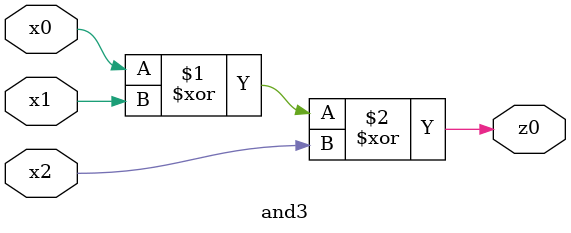
<source format=v>

module and3(x0, x1, x2, z0);

// inputs and output
input x0, x1, x2;
output z0;

// define signals
wire x0, x1, x2;
wire z0;

// continuous assign
assign z0 = x0 ^ x1 ^ x2;

endmodule
</source>
